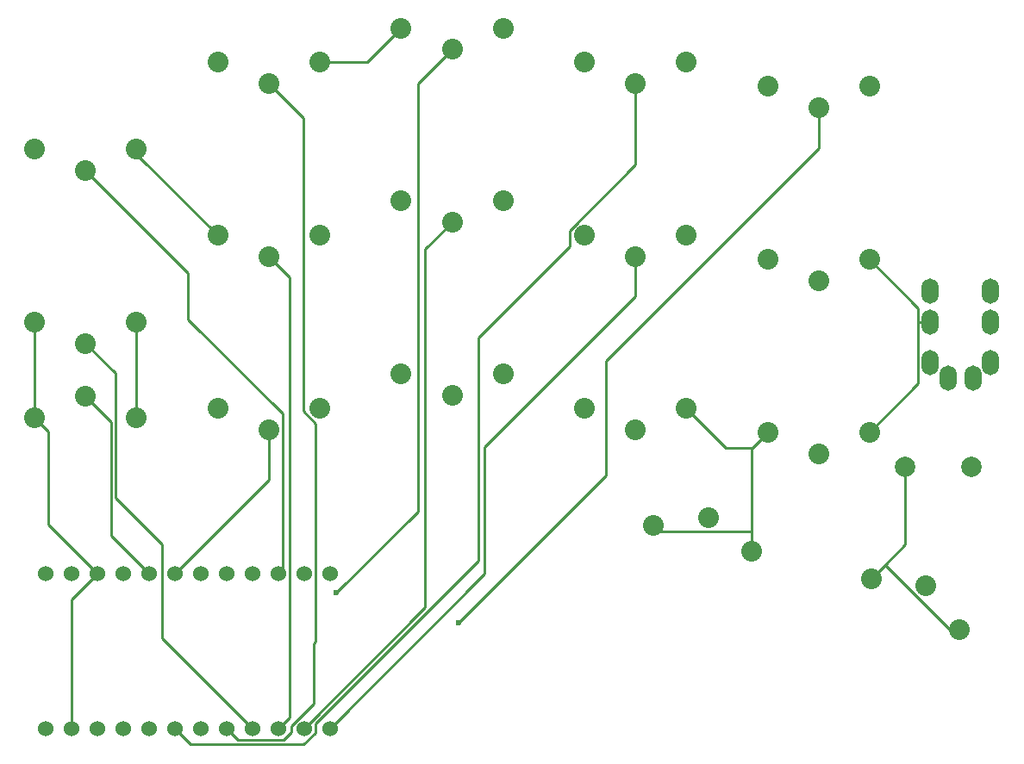
<source format=gbl>
G04 #@! TF.GenerationSoftware,KiCad,Pcbnew,5.1.6*
G04 #@! TF.CreationDate,2020-07-27T10:41:18+01:00*
G04 #@! TF.ProjectId,cradio10,63726164-696f-4313-902e-6b696361645f,1.0*
G04 #@! TF.SameCoordinates,Original*
G04 #@! TF.FileFunction,Copper,L2,Bot*
G04 #@! TF.FilePolarity,Positive*
%FSLAX46Y46*%
G04 Gerber Fmt 4.6, Leading zero omitted, Abs format (unit mm)*
G04 Created by KiCad (PCBNEW 5.1.6) date 2020-07-27 10:41:18*
%MOMM*%
%LPD*%
G01*
G04 APERTURE LIST*
G04 #@! TA.AperFunction,ComponentPad*
%ADD10C,2.032000*%
G04 #@! TD*
G04 #@! TA.AperFunction,ComponentPad*
%ADD11C,2.000000*%
G04 #@! TD*
G04 #@! TA.AperFunction,ComponentPad*
%ADD12C,1.524000*%
G04 #@! TD*
G04 #@! TA.AperFunction,ComponentPad*
%ADD13O,1.700000X2.500000*%
G04 #@! TD*
G04 #@! TA.AperFunction,ViaPad*
%ADD14C,0.600000*%
G04 #@! TD*
G04 #@! TA.AperFunction,Conductor*
%ADD15C,0.250000*%
G04 #@! TD*
G04 APERTURE END LIST*
D10*
X109445142Y-80427577D03*
X99785883Y-77839387D03*
X105159032Y-77105038D03*
X121000000Y-68720000D03*
X111000000Y-68720000D03*
X116000000Y-70820000D03*
X129810127Y-88119103D03*
X121149873Y-83119103D03*
X126530000Y-83800450D03*
X103000000Y-66345000D03*
X93000000Y-66345000D03*
X98000000Y-68445000D03*
X85000000Y-62970000D03*
X75000000Y-62970000D03*
X80000000Y-65070000D03*
X67000000Y-66345000D03*
X57000000Y-66345000D03*
X62000000Y-68445000D03*
X49000000Y-67305000D03*
X39000000Y-67305000D03*
X44000000Y-65205000D03*
X121000000Y-51720000D03*
X111000000Y-51720000D03*
X116000000Y-53820000D03*
X103000000Y-49340000D03*
X93000000Y-49340000D03*
X98000000Y-51440000D03*
X85000000Y-45970000D03*
X75000000Y-45970000D03*
X80000000Y-48070000D03*
X67000000Y-49340000D03*
X57000000Y-49340000D03*
X62000000Y-51440000D03*
X49000000Y-57900000D03*
X39000000Y-57900000D03*
X44000000Y-60000000D03*
X121000000Y-34720000D03*
X111000000Y-34720000D03*
X116000000Y-36820000D03*
X103000000Y-32340000D03*
X93000000Y-32340000D03*
X98000000Y-34440000D03*
X85000000Y-28980000D03*
X75000000Y-28980000D03*
X80000000Y-31080000D03*
X49000000Y-40900000D03*
X39000000Y-40900000D03*
X44000000Y-43000000D03*
X67000000Y-32340000D03*
X57000000Y-32340000D03*
X62000000Y-34440000D03*
D11*
X124512000Y-72136000D03*
X131012000Y-72136000D03*
D12*
X40062000Y-97838600D03*
X42602000Y-97838600D03*
X45142000Y-97838600D03*
X47682000Y-97838600D03*
X50222000Y-97838600D03*
X52762000Y-97838600D03*
X55302000Y-97838600D03*
X57842000Y-97838600D03*
X60382000Y-97838600D03*
X62922000Y-97838600D03*
X65462000Y-97838600D03*
X68002000Y-97838600D03*
X68002000Y-82618600D03*
X65462000Y-82618600D03*
X62922000Y-82618600D03*
X60382000Y-82618600D03*
X57842000Y-82618600D03*
X55302000Y-82618600D03*
X52762000Y-82618600D03*
X50222000Y-82618600D03*
X47682000Y-82618600D03*
X45142000Y-82618600D03*
X42602000Y-82618600D03*
X40062000Y-82618600D03*
D13*
X128710000Y-63362000D03*
X132910000Y-61862000D03*
X132910000Y-57862000D03*
X132910000Y-54862000D03*
X126960000Y-57862000D03*
X126960000Y-54862000D03*
X131160000Y-63362000D03*
X126960000Y-61862000D03*
D14*
X80673200Y-87400800D03*
X68617400Y-84513500D03*
D15*
X62922000Y-82618600D02*
X63351100Y-82189500D01*
X63351100Y-82189500D02*
X63351100Y-66887000D01*
X63351100Y-66887000D02*
X54082200Y-57618100D01*
X54082200Y-57618100D02*
X54082200Y-53082200D01*
X54082200Y-53082200D02*
X44000000Y-43000000D01*
X80673200Y-87400800D02*
X95094800Y-72979200D01*
X95094800Y-72979200D02*
X95094800Y-61661800D01*
X95094800Y-61661800D02*
X116000000Y-40756600D01*
X116000000Y-40756600D02*
X116000000Y-36820000D01*
X122520600Y-81748400D02*
X121149900Y-83119100D01*
X124512000Y-72136000D02*
X124512000Y-79757000D01*
X124512000Y-79757000D02*
X122520600Y-81748400D01*
X122520600Y-81748400D02*
X128891300Y-88119100D01*
X128891300Y-88119100D02*
X129810100Y-88119100D01*
X109445100Y-78485500D02*
X109445100Y-80427600D01*
X109445100Y-70222900D02*
X109445100Y-78485500D01*
X99785900Y-77839400D02*
X100432000Y-78485500D01*
X100432000Y-78485500D02*
X109445100Y-78485500D01*
X109445100Y-70222900D02*
X106877900Y-70222900D01*
X106877900Y-70222900D02*
X103000000Y-66345000D01*
X111000000Y-68720000D02*
X109497100Y-70222900D01*
X109497100Y-70222900D02*
X109445100Y-70222900D01*
X67000000Y-32340000D02*
X71640000Y-32340000D01*
X71640000Y-32340000D02*
X75000000Y-28980000D01*
X57000000Y-49340000D02*
X49000000Y-41340000D01*
X49000000Y-41340000D02*
X49000000Y-40900000D01*
X121000000Y-68720000D02*
X125784700Y-63935300D01*
X125784700Y-63935300D02*
X125784700Y-57862000D01*
X126960000Y-57862000D02*
X125784700Y-57862000D01*
X125784700Y-57862000D02*
X125784700Y-56504700D01*
X125784700Y-56504700D02*
X121000000Y-51720000D01*
X49000000Y-57900000D02*
X49000000Y-67305000D01*
X39000000Y-57900000D02*
X39000000Y-67305000D01*
X45142000Y-82618600D02*
X40302200Y-77778800D01*
X40302200Y-77778800D02*
X40302200Y-68607200D01*
X40302200Y-68607200D02*
X39000000Y-67305000D01*
X45142000Y-82618600D02*
X42602000Y-85158600D01*
X42602000Y-85158600D02*
X42602000Y-97838600D01*
X52762000Y-97838600D02*
X54332000Y-99408600D01*
X54332000Y-99408600D02*
X65429900Y-99408600D01*
X65429900Y-99408600D02*
X66572700Y-98265800D01*
X66572700Y-98265800D02*
X66572700Y-97364800D01*
X66572700Y-97364800D02*
X82596100Y-81341400D01*
X82596100Y-81341400D02*
X82596100Y-59426800D01*
X82596100Y-59426800D02*
X91549000Y-50473900D01*
X91549000Y-50473900D02*
X91549000Y-48875500D01*
X91549000Y-48875500D02*
X98000000Y-42424500D01*
X98000000Y-42424500D02*
X98000000Y-34440000D01*
X68617400Y-84513500D02*
X76639400Y-76491500D01*
X76639400Y-76491500D02*
X76639400Y-34440600D01*
X76639400Y-34440600D02*
X80000000Y-31080000D01*
X62000000Y-34440000D02*
X65360700Y-37800700D01*
X65360700Y-37800700D02*
X65360700Y-66643500D01*
X65360700Y-66643500D02*
X66570200Y-67853000D01*
X66570200Y-67853000D02*
X66570200Y-89277900D01*
X66570200Y-89277900D02*
X66401300Y-89446800D01*
X66401300Y-89446800D02*
X66401300Y-95361500D01*
X66401300Y-95361500D02*
X64192000Y-97570800D01*
X64192000Y-97570800D02*
X64192000Y-98179500D01*
X64192000Y-98179500D02*
X63413300Y-98958200D01*
X63413300Y-98958200D02*
X58961600Y-98958200D01*
X58961600Y-98958200D02*
X57842000Y-97838600D01*
X60382000Y-97838600D02*
X51492000Y-88948600D01*
X51492000Y-88948600D02*
X51492000Y-79728600D01*
X51492000Y-79728600D02*
X46920000Y-75156600D01*
X46920000Y-75156600D02*
X46920000Y-62920000D01*
X46920000Y-62920000D02*
X44000000Y-60000000D01*
X62922000Y-97838600D02*
X64039800Y-96720800D01*
X64039800Y-96720800D02*
X64039800Y-53479800D01*
X64039800Y-53479800D02*
X62000000Y-51440000D01*
X52762000Y-82618600D02*
X62000000Y-73380600D01*
X62000000Y-73380600D02*
X62000000Y-68445000D01*
X50222000Y-82618600D02*
X46469600Y-78866200D01*
X46469600Y-78866200D02*
X46469600Y-67674600D01*
X46469600Y-67674600D02*
X44000000Y-65205000D01*
X65462000Y-97838600D02*
X77365700Y-85934900D01*
X77365700Y-85934900D02*
X77365700Y-50704300D01*
X77365700Y-50704300D02*
X80000000Y-48070000D01*
X98000000Y-51440000D02*
X98000000Y-55353200D01*
X98000000Y-55353200D02*
X83205700Y-70147500D01*
X83205700Y-70147500D02*
X83205700Y-82634900D01*
X83205700Y-82634900D02*
X68002000Y-97838600D01*
M02*

</source>
